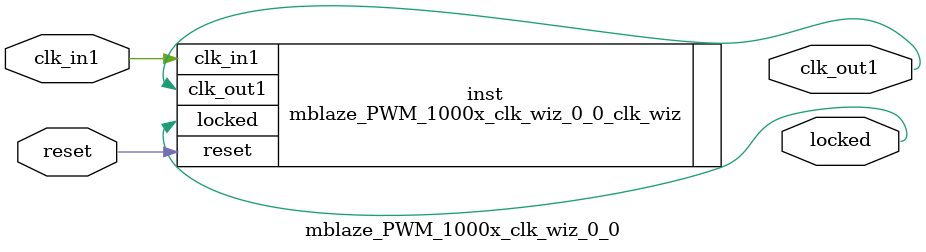
<source format=v>


`timescale 1ps/1ps

(* CORE_GENERATION_INFO = "mblaze_PWM_1000x_clk_wiz_0_0,clk_wiz_v6_0_4_0_0,{component_name=mblaze_PWM_1000x_clk_wiz_0_0,use_phase_alignment=true,use_min_o_jitter=false,use_max_i_jitter=false,use_dyn_phase_shift=false,use_inclk_switchover=false,use_dyn_reconfig=false,enable_axi=0,feedback_source=FDBK_AUTO,PRIMITIVE=MMCM,num_out_clk=1,clkin1_period=10.000,clkin2_period=10.000,use_power_down=false,use_reset=true,use_locked=true,use_inclk_stopped=false,feedback_type=SINGLE,CLOCK_MGR_TYPE=NA,manual_override=false}" *)

module mblaze_PWM_1000x_clk_wiz_0_0 
 (
  // Clock out ports
  output        clk_out1,
  // Status and control signals
  input         reset,
  output        locked,
 // Clock in ports
  input         clk_in1
 );

  mblaze_PWM_1000x_clk_wiz_0_0_clk_wiz inst
  (
  // Clock out ports  
  .clk_out1(clk_out1),
  // Status and control signals               
  .reset(reset), 
  .locked(locked),
 // Clock in ports
  .clk_in1(clk_in1)
  );

endmodule

</source>
